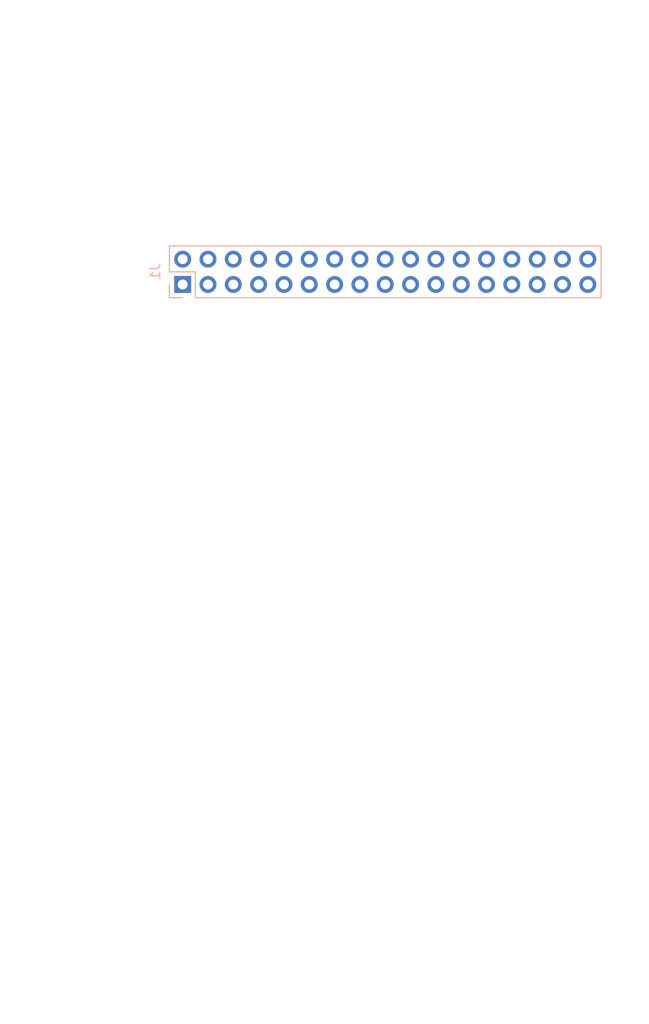
<source format=kicad_pcb>
(kicad_pcb (version 20211014) (generator pcbnew)
  (layers (0 "F.Cu" signal) (31 "B.Cu" signal) (34 "B.Paste" user) (35 "F.Paste" user) (36 "B.SilkS" user "B.Silkscreen") (37 "F.SilkS" user "F.Silkscreen") (38 "B.Mask" user) (39 "F.Mask" user) (44 "Edge.Cuts" user))
  (net 0 "")
  (net 1 "+5V")
  (net 2 "/AO0")
  (net 3 "/AI0")
  (net 4 "/AO1")
  (net 5 "/AI1")
  (net 6 "GNDA")
  (net 7 "/AI2")
  (net 8 "GND")
  (net 9 "/AI3")
  (net 10 "/UART_RX")
  (net 11 "/DIO0{slash}PWM0")
  (net 12 "/DIO1{slash}PWM1")
  (net 13 "/UART_TX")
  (net 14 "/DIO2{slash}PWM2")
  (net 15 "/DIO3{slash}PWM3")
  (net 16 "/DIO11{slash}PWM7")
  (net 17 "/DIO4{slash}SPI_CS")
  (net 18 "/DIO5{slash}SPI_CLK")
  (net 19 "/DIO12{slash}PWM8")
  (net 20 "/DIO6{slash}SPI_MISO")
  (net 21 "/DIO7{slash}SPI_MOSI")
  (net 22 "/DIO13{slash}PWM9")
  (net 23 "/DIO8{slash}PWM4")
  (net 24 "/DIO9{slash}PWM5")
  (net 25 "/DIO10{slash}PWM6")
  (net 26 "/DIO14{slash}I2C_SCL")
  (net 27 "+3.3V")
  (net 28 "/DIO15{slash}I2C_SDA")
  (footprint "" (layer "F.Cu") (at 83.35 129.5)
    (fp_text reference "" (at 0 0) (layer "F.SilkS") (effects (font (size 1.27 1.27))))
    (fp_text value "" (at 0 0) (layer "F.SilkS") (effects (font (size 1.27 1.27))))
    (pad "" np_thru_hole circle (at 0 0) (size 3.81 3.81) (drill 3.81) (layers F&B.Cu *.Mask))
  )
  (footprint "" (layer "F.Cu") (at 132.6134 129.5146)
    (fp_text reference "" (at 0 0) (layer "F.SilkS") (effects (font (size 1.27 1.27))))
    (fp_text value "" (at 0 0) (layer "F.SilkS") (effects (font (size 1.27 1.27))))
    (pad "" np_thru_hole circle (at 0 0) (size 3.81 3.81) (drill 3.81) (layers F&B.Cu *.Mask))
  )
  (footprint "Connector_PinSocket_2.54mm:PinSocket_2x17_P2.54mm_Vertical" (layer "B.Cu") (at 87.72 61.7 -90)
    (fp_text reference "J1" (at -1.27 2.77 90) (layer "B.SilkS") (effects (justify mirror)))
    (fp_text value "Conn_02x17_Odd_Even")
    (fp_line (start -1.27 1.33) (end -1.27 -1.27) (layer "B.SilkS") (width 0.12))
    (fp_line (start -3.87 -41.97) (end 1.33 -41.97) (layer "B.SilkS") (width 0.12))
    (fp_line (start 1.33 1.33) (end 1.33 0) (layer "B.SilkS") (width 0.12))
    (fp_line (start -3.87 1.33) (end -3.87 -41.97) (layer "B.SilkS") (width 0.12))
    (fp_line (start -3.87 1.33) (end -1.27 1.33) (layer "B.SilkS") (width 0.12))
    (fp_line (start 0 1.33) (end 1.33 1.33) (layer "B.SilkS") (width 0.12))
    (fp_line (start -1.27 -1.27) (end 1.33 -1.27) (layer "B.SilkS") (width 0.12))
    (fp_line (start 1.33 -1.27) (end 1.33 -41.97) (layer "B.SilkS") (width 0.12))
    (pad "1" thru_hole rect (at 0 0 270) (size 1.7 1.7) (drill 1) (layers *.Cu *.Mask) (net 1 "+5V"))
    (pad "2" thru_hole oval (at -2.54 0 270) (size 1.7 1.7) (drill 1) (layers *.Cu *.Mask) (net 2 "/AO0"))
    (pad "3" thru_hole oval (at 0 -2.54 270) (size 1.7 1.7) (drill 1) (layers *.Cu *.Mask) (net 3 "/AI0"))
    (pad "4" thru_hole oval (at -2.54 -2.54 270) (size 1.7 1.7) (drill 1) (layers *.Cu *.Mask) (net 4 "/AO1"))
    (pad "5" thru_hole oval (at 0 -5.08 270) (size 1.7 1.7) (drill 1) (layers *.Cu *.Mask) (net 5 "/AI1"))
    (pad "6" thru_hole oval (at -2.54 -5.08 270) (size 1.7 1.7) (drill 1) (layers *.Cu *.Mask) (net 6 "GNDA"))
    (pad "7" thru_hole oval (at 0 -7.62 270) (size 1.7 1.7) (drill 1) (layers *.Cu *.Mask) (net 7 "/AI2"))
    (pad "8" thru_hole oval (at -2.54 -7.62 270) (size 1.7 1.7) (drill 1) (layers *.Cu *.Mask) (net 8 "GND"))
    (pad "9" thru_hole oval (at 0 -10.16 270) (size 1.7 1.7) (drill 1) (layers *.Cu *.Mask) (net 9 "/AI3"))
    (pad "10" thru_hole oval (at -2.54 -10.16 270) (size 1.7 1.7) (drill 1) (layers *.Cu *.Mask) (net 10 "/UART_RX"))
    (pad "11" thru_hole oval (at 0 -12.7 270) (size 1.7 1.7) (drill 1) (layers *.Cu *.Mask) (net 11 "/DIO0{slash}PWM0"))
    (pad "12" thru_hole oval (at -2.54 -12.7 270) (size 1.7 1.7) (drill 1) (layers *.Cu *.Mask) (net 8 "GND"))
    (pad "13" thru_hole oval (at 0 -15.24 270) (size 1.7 1.7) (drill 1) (layers *.Cu *.Mask) (net 12 "/DIO1{slash}PWM1"))
    (pad "14" thru_hole oval (at -2.54 -15.24 270) (size 1.7 1.7) (drill 1) (layers *.Cu *.Mask) (net 13 "/UART_TX"))
    (pad "15" thru_hole oval (at 0 -17.78 270) (size 1.7 1.7) (drill 1) (layers *.Cu *.Mask) (net 14 "/DIO2{slash}PWM2"))
    (pad "16" thru_hole oval (at -2.54 -17.78 270) (size 1.7 1.7) (drill 1) (layers *.Cu *.Mask) (net 8 "GND"))
    (pad "17" thru_hole oval (at 0 -20.32 270) (size 1.7 1.7) (drill 1) (layers *.Cu *.Mask) (net 15 "/DIO3{slash}PWM3"))
    (pad "18" thru_hole oval (at -2.54 -20.32 270) (size 1.7 1.7) (drill 1) (layers *.Cu *.Mask) (net 16 "/DIO11{slash}PWM7"))
    (pad "19" thru_hole oval (at 0 -22.86 270) (size 1.7 1.7) (drill 1) (layers *.Cu *.Mask) (net 17 "/DIO4{slash}SPI_CS"))
    (pad "20" thru_hole oval (at -2.54 -22.86 270) (size 1.7 1.7) (drill 1) (layers *.Cu *.Mask) (net 8 "GND"))
    (pad "21" thru_hole oval (at 0 -25.4 270) (size 1.7 1.7) (drill 1) (layers *.Cu *.Mask) (net 18 "/DIO5{slash}SPI_CLK"))
    (pad "22" thru_hole oval (at -2.54 -25.4 270) (size 1.7 1.7) (drill 1) (layers *.Cu *.Mask) (net 19 "/DIO12{slash}PWM8"))
    (pad "23" thru_hole oval (at 0 -27.94 270) (size 1.7 1.7) (drill 1) (layers *.Cu *.Mask) (net 20 "/DIO6{slash}SPI_MISO"))
    (pad "24" thru_hole oval (at -2.54 -27.94 270) (size 1.7 1.7) (drill 1) (layers *.Cu *.Mask) (net 8 "GND"))
    (pad "25" thru_hole oval (at 0 -30.48 270) (size 1.7 1.7) (drill 1) (layers *.Cu *.Mask) (net 21 "/DIO7{slash}SPI_MOSI"))
    (pad "26" thru_hole oval (at -2.54 -30.48 270) (size 1.7 1.7) (drill 1) (layers *.Cu *.Mask) (net 22 "/DIO13{slash}PWM9"))
    (pad "27" thru_hole oval (at 0 -33.02 270) (size 1.7 1.7) (drill 1) (layers *.Cu *.Mask) (net 23 "/DIO8{slash}PWM4"))
    (pad "28" thru_hole oval (at -2.54 -33.02 270) (size 1.7 1.7) (drill 1) (layers *.Cu *.Mask) (net 8 "GND"))
    (pad "29" thru_hole oval (at 0 -35.56 270) (size 1.7 1.7) (drill 1) (layers *.Cu *.Mask) (net 24 "/DIO9{slash}PWM5"))
    (pad "30" thru_hole oval (at -2.54 -35.56 270) (size 1.7 1.7) (drill 1) (layers *.Cu *.Mask) (net 8 "GND"))
    (pad "31" thru_hole oval (at 0 -38.1 270) (size 1.7 1.7) (drill 1) (layers *.Cu *.Mask) (net 25 "/DIO10{slash}PWM6"))
    (pad "32" thru_hole oval (at -2.54 -38.1 270) (size 1.7 1.7) (drill 1) (layers *.Cu *.Mask) (net 26 "/DIO14{slash}I2C_SCL"))
    (pad "33" thru_hole oval (at 0 -40.64 270) (size 1.7 1.7) (drill 1) (layers *.Cu *.Mask) (net 27 "+3.3V"))
    (pad "34" thru_hole oval (at -2.54 -40.64 270) (size 1.7 1.7) (drill 1) (layers *.Cu *.Mask) (net 28 "/DIO15{slash}I2C_SDA"))
  )
)
</source>
